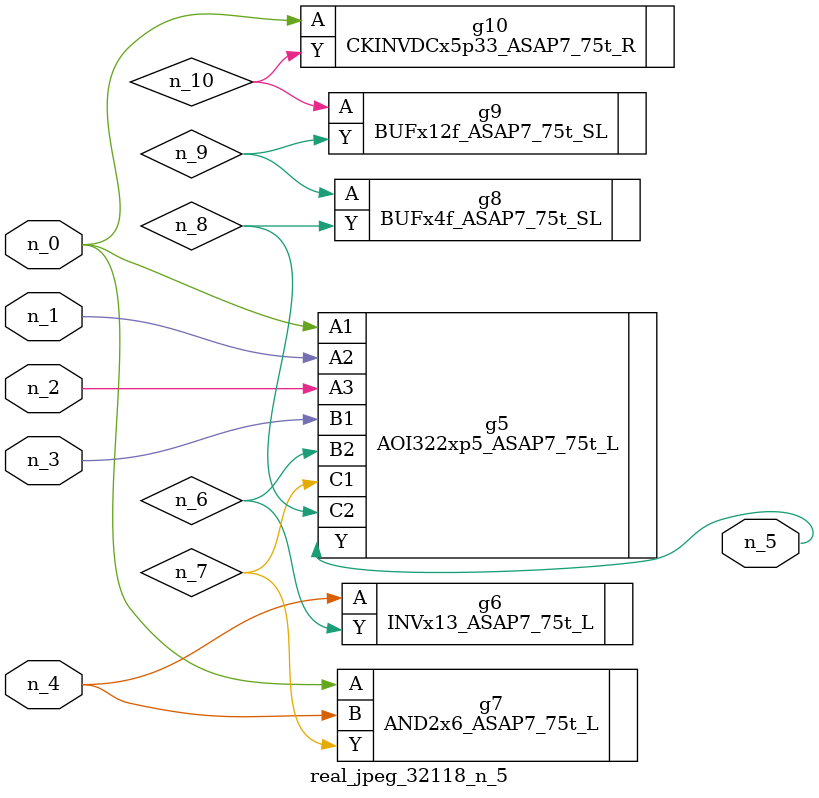
<source format=v>
module real_jpeg_32118_n_5 (n_4, n_0, n_1, n_2, n_3, n_5);

input n_4;
input n_0;
input n_1;
input n_2;
input n_3;

output n_5;

wire n_8;
wire n_6;
wire n_7;
wire n_10;
wire n_9;

AOI322xp5_ASAP7_75t_L g5 ( 
.A1(n_0),
.A2(n_1),
.A3(n_2),
.B1(n_3),
.B2(n_6),
.C1(n_7),
.C2(n_8),
.Y(n_5)
);

AND2x6_ASAP7_75t_L g7 ( 
.A(n_0),
.B(n_4),
.Y(n_7)
);

CKINVDCx5p33_ASAP7_75t_R g10 ( 
.A(n_0),
.Y(n_10)
);

INVx13_ASAP7_75t_L g6 ( 
.A(n_4),
.Y(n_6)
);

BUFx4f_ASAP7_75t_SL g8 ( 
.A(n_9),
.Y(n_8)
);

BUFx12f_ASAP7_75t_SL g9 ( 
.A(n_10),
.Y(n_9)
);


endmodule
</source>
